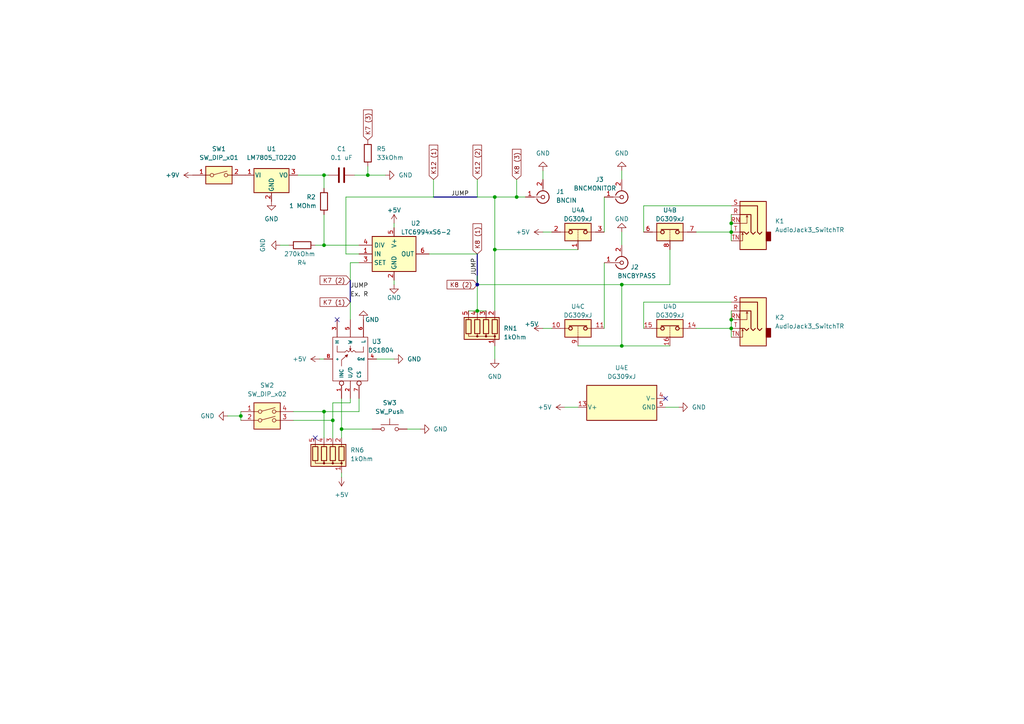
<source format=kicad_sch>
(kicad_sch (version 20211123) (generator eeschema)
  (paper "A4")
  (lib_symbols
    (symbol "Analog_Switch:DG309xJ" (pin_names (offset 0.254))
      (property "Reference" "U" (at -3.175 5.334 0))
      (property "Value" "DG309xJ" (at -3.175 3.556 0))
      (symbol "DG309xJ_1_1"
        (rectangle (start -3.81 2.54) (end 3.81 -2.54) (stroke (width 0.254)) (fill (type background)))
        (circle (center -2.159 0) (radius 0.508) (stroke (width 0.254)))
        (polyline (pts (xy -5.08 0) (xy -2.794 0)))
        (polyline (pts (xy -2.54 0.762) (xy 2.54 0.762)) (stroke (width 0.254)))
        (polyline (pts (xy 0 -2.54) (xy 0 -2.032)))
        (polyline (pts (xy 0 -1.778) (xy 0 -1.524)))
        (polyline (pts (xy 0 -1.27) (xy 0 -1.016)))
        (polyline (pts (xy 0 -0.762) (xy 0 -0.508)))
        (polyline (pts (xy 0 -0.254) (xy 0 0)))
        (polyline (pts (xy 0 0.254) (xy 0 0.508)))
        (polyline (pts (xy 5.08 0) (xy 2.794 0)))
        (circle (center 2.159 0) (radius 0.508) (stroke (width 0.254)))
        (pin input line (at 0 -5.08 90) (length 2.54) (name "~") (number "1"))
        (pin passive line (at -7.62 0 0) (length 2.54) (name "~") (number "2"))
        (pin passive line (at 7.62 0 180) (length 2.54) (name "~") (number "3"))
      )
      (symbol "DG309xJ_2_1"
        (rectangle (start -3.81 2.54) (end 3.81 -2.54) (stroke (width 0.254)) (fill (type background)))
        (circle (center -2.159 0) (radius 0.508) (stroke (width 0.254)))
        (polyline (pts (xy -5.08 0) (xy -2.794 0)))
        (polyline (pts (xy -2.54 0.762) (xy 2.54 0.762)) (stroke (width 0.254)))
        (polyline (pts (xy 0 -2.54) (xy 0 -2.032)))
        (polyline (pts (xy 0 -1.778) (xy 0 -1.524)))
        (polyline (pts (xy 0 -1.27) (xy 0 -1.016)))
        (polyline (pts (xy 0 -0.762) (xy 0 -0.508)))
        (polyline (pts (xy 0 -0.254) (xy 0 0)))
        (polyline (pts (xy 0 0.254) (xy 0 0.508)))
        (polyline (pts (xy 5.08 0) (xy 2.794 0)))
        (circle (center 2.159 0) (radius 0.508) (stroke (width 0.254)))
        (pin passive line (at -7.62 0 0) (length 2.54) (name "~") (number "6"))
        (pin passive line (at 7.62 0 180) (length 2.54) (name "~") (number "7"))
        (pin input line (at 0 -5.08 90) (length 2.54) (name "~") (number "8"))
      )
      (symbol "DG309xJ_3_1"
        (rectangle (start -3.81 2.54) (end 3.81 -2.54) (stroke (width 0.254)) (fill (type background)))
        (circle (center -2.159 0) (radius 0.508) (stroke (width 0.254)))
        (polyline (pts (xy -5.08 0) (xy -2.794 0)))
        (polyline (pts (xy -2.54 0.762) (xy 2.54 0.762)) (stroke (width 0.254)))
        (polyline (pts (xy 0 -2.54) (xy 0 -2.032)))
        (polyline (pts (xy 0 -1.778) (xy 0 -1.524)))
        (polyline (pts (xy 0 -1.27) (xy 0 -1.016)))
        (polyline (pts (xy 0 -0.762) (xy 0 -0.508)))
        (polyline (pts (xy 0 -0.254) (xy 0 0)))
        (polyline (pts (xy 0 0.254) (xy 0 0.508)))
        (polyline (pts (xy 5.08 0) (xy 2.794 0)))
        (circle (center 2.159 0) (radius 0.508) (stroke (width 0.254)))
        (pin passive line (at -7.62 0 0) (length 2.54) (name "~") (number "10"))
        (pin passive line (at 7.62 0 180) (length 2.54) (name "~") (number "11"))
        (pin input line (at 0 -5.08 90) (length 2.54) (name "~") (number "9"))
      )
      (symbol "DG309xJ_4_1"
        (rectangle (start -3.81 2.54) (end 3.81 -2.54) (stroke (width 0.254)) (fill (type background)))
        (circle (center -2.159 0) (radius 0.508) (stroke (width 0.254)))
        (polyline (pts (xy -5.08 0) (xy -2.794 0)))
        (polyline (pts (xy -2.54 0.762) (xy 2.54 0.762)) (stroke (width 0.254)))
        (polyline (pts (xy 0 -2.54) (xy 0 -2.032)))
        (polyline (pts (xy 0 -1.778) (xy 0 -1.524)))
        (polyline (pts (xy 0 -1.27) (xy 0 -1.016)))
        (polyline (pts (xy 0 -0.762) (xy 0 -0.508)))
        (polyline (pts (xy 0 -0.254) (xy 0 0)))
        (polyline (pts (xy 0 0.254) (xy 0 0.508)))
        (polyline (pts (xy 5.08 0) (xy 2.794 0)))
        (circle (center 2.159 0) (radius 0.508) (stroke (width 0.254)))
        (pin passive line (at 7.62 0 180) (length 2.54) (name "~") (number "14"))
        (pin passive line (at -7.62 0 0) (length 2.54) (name "~") (number "15"))
        (pin input line (at 0 -5.08 90) (length 2.54) (name "~") (number "16"))
      )
      (symbol "DG309xJ_5_0"
        (pin no_connect line (at 2.54 10.16 270) (length 2.54) hide (name "NC") (number "12"))
        (pin power_in line (at 0 12.7 270) (length 2.54) (name "V+") (number "13"))
        (pin power_in line (at 2.54 -12.7 90) (length 2.54) (name "V-") (number "4"))
        (pin power_in line (at 0 -12.7 90) (length 2.54) (name "GND") (number "5"))
      )
      (symbol "DG309xJ_5_1"
        (rectangle (start -3.81 10.16) (end 6.35 -10.16) (stroke (width 0.254)) (fill (type background)))
      )
    )
    (symbol "Connector:AudioJack3_SwitchTR"
      (property "Reference" "J" (at 0 8.89 0))
      (property "Value" "AudioJack3_SwitchTR" (at 0 6.35 0))
      (symbol "AudioJack3_SwitchTR_0_1"
        (rectangle (start -5.08 -5.08) (end -6.35 -7.62) (stroke (width 0.254)) (fill (type outline)))
        (polyline (pts (xy 0.508 -0.254) (xy 0.762 -0.762)))
        (polyline (pts (xy 1.778 -5.334) (xy 2.032 -5.842)))
        (polyline (pts (xy 0 -5.08) (xy 0.635 -5.715) (xy 1.27 -5.08) (xy 2.54 -5.08)) (stroke (width 0.254)))
        (polyline (pts (xy 2.54 -7.62) (xy 1.778 -7.62) (xy 1.778 -5.334) (xy 1.524 -5.842)))
        (polyline (pts (xy 2.54 -2.54) (xy 0.508 -2.54) (xy 0.508 -0.254) (xy 0.254 -0.762)))
        (polyline (pts (xy -1.905 -5.08) (xy -1.27 -5.715) (xy -0.635 -5.08) (xy -0.635 0) (xy 2.54 0)) (stroke (width 0.254)))
        (polyline (pts (xy 2.54 2.54) (xy -2.54 2.54) (xy -2.54 -5.08) (xy -3.175 -5.715) (xy -3.81 -5.08)) (stroke (width 0.254)))
        (rectangle (start 2.54 3.81) (end -5.08 -10.16) (stroke (width 0.254)) (fill (type background)))
      )
      (symbol "AudioJack3_SwitchTR_1_1"
        (pin passive line (at 5.08 0 180) (length 2.54) (name "~") (number "R"))
        (pin passive line (at 5.08 -2.54 180) (length 2.54) (name "~") (number "RN"))
        (pin passive line (at 5.08 2.54 180) (length 2.54) (name "~") (number "S"))
        (pin passive line (at 5.08 -5.08 180) (length 2.54) (name "~") (number "T"))
        (pin passive line (at 5.08 -7.62 180) (length 2.54) (name "~") (number "TN"))
      )
    )
    (symbol "Connector:Conn_Coaxial" (pin_names (offset 1.016) hide)
      (property "Reference" "J" (at 0.254 3.048 0))
      (property "Value" "Conn_Coaxial" (at 2.921 0 90))
      (symbol "Conn_Coaxial_0_1"
        (arc (start -1.778 -0.508) (mid 0.2311 -1.8066) (end 1.778 0) (stroke (width 0.254)))
        (polyline (pts (xy -2.54 0) (xy -0.508 0)))
        (polyline (pts (xy 0 -2.54) (xy 0 -1.778)))
        (circle (center 0 0) (radius 0.508) (stroke (width 0.2032)))
        (arc (start 1.778 0) (mid 0.2099 1.8101) (end -1.778 0.508) (stroke (width 0.254)))
      )
      (symbol "Conn_Coaxial_1_1"
        (pin passive line (at -5.08 0 0) (length 2.54) (name "In") (number "1"))
        (pin passive line (at 0 -5.08 90) (length 2.54) (name "Ext") (number "2"))
      )
    )
    (symbol "Device:C" (pin_numbers hide) (pin_names (offset 0.254))
      (property "Reference" "C" (at 0.635 2.54 0))
      (property "Value" "C" (at 0.635 -2.54 0))
      (symbol "C_0_1"
        (polyline (pts (xy -2.032 -0.762) (xy 2.032 -0.762)) (stroke (width 0.508)))
        (polyline (pts (xy -2.032 0.762) (xy 2.032 0.762)) (stroke (width 0.508)))
      )
      (symbol "C_1_1"
        (pin passive line (at 0 3.81 270) (length 2.794) (name "~") (number "1"))
        (pin passive line (at 0 -3.81 90) (length 2.794) (name "~") (number "2"))
      )
    )
    (symbol "Device:R" (pin_numbers hide) (pin_names (offset 0))
      (property "Reference" "R" (at 2.032 0 90))
      (property "Value" "R" (at 0 0 90))
      (symbol "R_0_1"
        (rectangle (start -1.016 -2.54) (end 1.016 2.54) (stroke (width 0.254)))
      )
      (symbol "R_1_1"
        (pin passive line (at 0 3.81 270) (length 1.27) (name "~") (number "1"))
        (pin passive line (at 0 -3.81 90) (length 1.27) (name "~") (number "2"))
      )
    )
    (symbol "Device:R_Network04" (pin_names (offset 0) hide)
      (property "Reference" "RN" (at -7.62 0 90))
      (property "Value" "R_Network04" (at 5.08 0 90))
      (symbol "R_Network04_0_1"
        (rectangle (start -6.35 -3.175) (end 3.81 3.175) (stroke (width 0.254)) (fill (type background)))
        (rectangle (start -5.842 1.524) (end -4.318 -2.54) (stroke (width 0.254)))
        (circle (center -5.08 2.286) (radius 0.254) (fill (type outline)))
        (rectangle (start -3.302 1.524) (end -1.778 -2.54) (stroke (width 0.254)))
        (circle (center -2.54 2.286) (radius 0.254) (fill (type outline)))
        (rectangle (start -0.762 1.524) (end 0.762 -2.54) (stroke (width 0.254)))
        (polyline (pts (xy -5.08 -2.54) (xy -5.08 -3.81)))
        (polyline (pts (xy -2.54 -2.54) (xy -2.54 -3.81)))
        (polyline (pts (xy 0 -2.54) (xy 0 -3.81)))
        (polyline (pts (xy 2.54 -2.54) (xy 2.54 -3.81)))
        (polyline (pts (xy -5.08 1.524) (xy -5.08 2.286) (xy -2.54 2.286) (xy -2.54 1.524)))
        (polyline (pts (xy -2.54 1.524) (xy -2.54 2.286) (xy 0 2.286) (xy 0 1.524)))
        (polyline (pts (xy 0 1.524) (xy 0 2.286) (xy 2.54 2.286) (xy 2.54 1.524)))
        (circle (center 0 2.286) (radius 0.254) (fill (type outline)))
        (rectangle (start 1.778 1.524) (end 3.302 -2.54) (stroke (width 0.254)))
      )
      (symbol "R_Network04_1_1"
        (pin passive line (at -5.08 5.08 270) (length 2.54) (name "common") (number "1"))
        (pin passive line (at -5.08 -5.08 90) (length 1.27) (name "R1") (number "2"))
        (pin passive line (at -2.54 -5.08 90) (length 1.27) (name "R2") (number "3"))
        (pin passive line (at 0 -5.08 90) (length 1.27) (name "R3") (number "4"))
        (pin passive line (at 2.54 -5.08 90) (length 1.27) (name "R4") (number "5"))
      )
    )
    (symbol "Regulator_Linear:LM7805_TO220" (pin_names (offset 0.254))
      (property "Reference" "U" (at -3.81 3.175 0))
      (property "Value" "LM7805_TO220" (at 0 3.175 0))
      (symbol "LM7805_TO220_0_1"
        (rectangle (start -5.08 1.905) (end 5.08 -5.08) (stroke (width 0.254)) (fill (type background)))
      )
      (symbol "LM7805_TO220_1_1"
        (pin power_in line (at -7.62 0 0) (length 2.54) (name "VI") (number "1"))
        (pin power_in line (at 0 -7.62 90) (length 2.54) (name "GND") (number "2"))
        (pin power_out line (at 7.62 0 180) (length 2.54) (name "VO") (number "3"))
      )
    )
    (symbol "Sensor_Temperature:DS1804" (pin_names (offset 0.762))
      (property "Reference" "U" (at 3.81 6.35 0))
      (property "Value" "DS1804" (at 6.35 -6.35 0))
      (symbol "DS1804_0_1"
        (rectangle (start -6.35 5.08) (end 6.35 -5.08))
        (polyline (pts (xy 2.032 -1.524) (xy 2.032 -3.81)))
        (polyline (pts (xy 3.556 -3.81) (xy 2.032 -3.81)))
        (polyline (pts (xy 3.81 0) (xy 3.048 0)))
        (polyline (pts (xy -2.032 2.54) (xy -0.254 2.54) (xy 1.27 0.762)))
        (polyline (pts (xy 1.016 1.524) (xy 1.27 0.762) (xy 0.508 1.016)) (fill (type outline)))
        (polyline (pts (xy 2.032 1.524) (xy 2.032 3.81) (xy 3.81 3.81)))
        (polyline (pts (xy 3.048 -0.254) (xy 2.54 0) (xy 3.048 0.254)) (fill (type outline)))
        (polyline (pts (xy 2.54 0) (xy 2.032 0.508) (xy 2.54 1.016) (xy 2.032 1.524)))
        (polyline (pts (xy 2.54 0) (xy 2.032 -0.508) (xy 2.54 -1.016) (xy 2.032 -1.524) (xy 2.032 -1.524)))
      )
      (symbol "DS1804_1_1"
        (pin input inverted (at -11.43 2.54 0) (length 5.08) (name "INC") (number "1"))
        (pin input line (at -11.43 0 0) (length 5.08) (name "U/D") (number "2"))
        (pin passive line (at 11.43 3.81 180) (length 5.08) (name "H") (number "3"))
        (pin power_in line (at 0 -7.62 90) (length 2.54) (name "Gnd") (number "4"))
        (pin passive line (at 11.43 0 180) (length 5.08) (name "W") (number "5"))
        (pin passive line (at 11.43 -3.81 180) (length 5.08) (name "L") (number "6"))
        (pin input inverted (at -11.43 -2.54 0) (length 5.08) (name "CS") (number "7"))
        (pin power_in line (at 0 7.62 270) (length 2.54) (name "+") (number "8"))
      )
    )
    (symbol "Switch:SW_DIP_x01" (pin_names (offset 0) hide)
      (property "Reference" "SW" (at 0 3.81 0))
      (property "Value" "SW_DIP_x01" (at 0 -3.81 0))
      (symbol "SW_DIP_x01_0_0"
        (circle (center -2.032 0) (radius 0.508))
        (polyline (pts (xy -1.524 0.127) (xy 2.3622 1.1684)))
        (circle (center 2.032 0) (radius 0.508))
      )
      (symbol "SW_DIP_x01_0_1"
        (rectangle (start -3.81 2.54) (end 3.81 -2.54) (stroke (width 0.254)) (fill (type background)))
      )
      (symbol "SW_DIP_x01_1_1"
        (pin passive line (at -7.62 0 0) (length 5.08) (name "~") (number "1"))
        (pin passive line (at 7.62 0 180) (length 5.08) (name "~") (number "2"))
      )
    )
    (symbol "Switch:SW_DIP_x02" (pin_names (offset 0) hide)
      (property "Reference" "SW" (at 0 6.35 0))
      (property "Value" "SW_DIP_x02" (at 0 -3.81 0))
      (symbol "SW_DIP_x02_0_0"
        (circle (center -2.032 0) (radius 0.508))
        (circle (center -2.032 2.54) (radius 0.508))
        (polyline (pts (xy -1.524 0.127) (xy 2.3622 1.1684)))
        (polyline (pts (xy -1.524 2.667) (xy 2.3622 3.7084)))
        (circle (center 2.032 0) (radius 0.508))
        (circle (center 2.032 2.54) (radius 0.508))
      )
      (symbol "SW_DIP_x02_0_1"
        (rectangle (start -3.81 5.08) (end 3.81 -2.54) (stroke (width 0.254)) (fill (type background)))
      )
      (symbol "SW_DIP_x02_1_1"
        (pin passive line (at -7.62 2.54 0) (length 5.08) (name "~") (number "1"))
        (pin passive line (at -7.62 0 0) (length 5.08) (name "~") (number "2"))
        (pin passive line (at 7.62 0 180) (length 5.08) (name "~") (number "3"))
        (pin passive line (at 7.62 2.54 180) (length 5.08) (name "~") (number "4"))
      )
    )
    (symbol "Switch:SW_Push" (pin_numbers hide) (pin_names (offset 1.016) hide)
      (property "Reference" "SW" (at 1.27 2.54 0))
      (property "Value" "SW_Push" (at 0 -1.524 0))
      (symbol "SW_Push_0_1"
        (circle (center -2.032 0) (radius 0.508))
        (polyline (pts (xy 0 1.27) (xy 0 3.048)))
        (polyline (pts (xy 2.54 1.27) (xy -2.54 1.27)))
        (circle (center 2.032 0) (radius 0.508))
        (pin passive line (at -5.08 0 0) (length 2.54) (name "1") (number "1"))
        (pin passive line (at 5.08 0 180) (length 2.54) (name "2") (number "2"))
      )
    )
    (symbol "Timer:LTC6994xS6-2"
      (property "Reference" "U" (at -6.35 6.35 0))
      (property "Value" "LTC6994xS6-2" (at 7.62 6.35 0))
      (symbol "LTC6994xS6-2_0_1"
        (rectangle (start -6.35 5.08) (end 6.35 -5.08) (stroke (width 0.254)) (fill (type background)))
      )
      (symbol "LTC6994xS6-2_1_1"
        (pin input line (at -10.16 0 0) (length 3.81) (name "IN") (number "1"))
        (pin power_in line (at 0 -7.62 90) (length 2.54) (name "GND") (number "2"))
        (pin passive line (at -10.16 -2.54 0) (length 3.81) (name "SET") (number "3"))
        (pin input line (at -10.16 2.54 0) (length 3.81) (name "DIV") (number "4"))
        (pin power_in line (at 0 7.62 270) (length 2.54) (name "V+") (number "5"))
        (pin output line (at 10.16 0 180) (length 3.81) (name "OUT") (number "6"))
      )
    )
    (symbol "power:+5V" (power) (pin_names (offset 0))
      (property "Value" "+5V" (at 0 3.556 0))
      (symbol "+5V_0_1"
        (polyline (pts (xy -0.762 1.27) (xy 0 2.54)))
        (polyline (pts (xy 0 0) (xy 0 2.54)))
        (polyline (pts (xy 0 2.54) (xy 0.762 1.27)))
      )
      (symbol "+5V_1_1"
        (pin power_in line (at 0 0 90) (length 0) hide (name "+5V") (number "1"))
      )
    )
    (symbol "power:+9V" (power) (pin_names (offset 0))
      (property "Value" "+9V" (at 0 3.556 0))
      (symbol "+9V_0_1"
        (polyline (pts (xy -0.762 1.27) (xy 0 2.54)))
        (polyline (pts (xy 0 0) (xy 0 2.54)))
        (polyline (pts (xy 0 2.54) (xy 0.762 1.27)))
      )
      (symbol "+9V_1_1"
        (pin power_in line (at 0 0 90) (length 0) hide (name "+9V") (number "1"))
      )
    )
    (symbol "power:GND" (power) (pin_names (offset 0))
      (property "Value" "GND" (at 0 -3.81 0))
      (symbol "GND_0_1"
        (polyline (pts (xy 0 0) (xy 0 -1.27) (xy 1.27 -1.27) (xy 0 -2.54) (xy -1.27 -1.27) (xy 0 -1.27)))
      )
      (symbol "GND_1_1"
        (pin power_in line (at 0 0 270) (length 0) hide (name "GND") (number "1"))
      )
    )
  )
  (junction (at 143.51 72.39))
  (junction (at 149.86 57.15))
  (junction (at 93.98 71.12))
  (junction (at 143.51 57.15))
  (junction (at 212.09 95.25))
  (junction (at 212.09 92.71))
  (junction (at 180.34 100.33))
  (junction (at 99.06 124.46))
  (junction (at 93.98 119.38))
  (junction (at 69.85 120.65))
  (junction (at 96.52 121.92))
  (junction (at 212.09 67.31))
  (junction (at 93.98 50.8))
  (junction (at 138.43 90.17))
  (junction (at 212.09 64.77))
  (junction (at 180.34 82.55))
  (junction (at 106.68 50.8))
  (junction (at 138.43 82.55))
  (no_connect (at 91.44 127))
  (no_connect (at 193.04 115.57))
  (no_connect (at 97.79 92.71))
  (bus (pts (xy 125.73 57.15) (xy 138.43 57.15)))
  (wire (pts (xy 85.09 121.92) (xy 96.52 121.92)))
  (wire (pts (xy 83.82 71.12) (xy 81.28 71.12)))
  (wire (pts (xy 194.31 72.39) (xy 194.31 82.55)))
  (wire (pts (xy 157.48 67.31) (xy 160.02 67.31)))
  (wire (pts (xy 186.69 87.63) (xy 212.09 87.63)))
  (wire (pts (xy 106.68 50.8) (xy 111.76 50.8)))
  (wire (pts (xy 138.43 57.15) (xy 143.51 57.15)))
  (wire (pts (xy 86.36 50.8) (xy 93.98 50.8)))
  (bus (pts (xy 101.6 81.28) (xy 101.6 87.63)))
  (wire (pts (xy 212.09 90.17) (xy 212.09 92.71)))
  (wire (pts (xy 69.85 119.38) (xy 69.85 120.65)))
  (wire (pts (xy 93.98 127) (xy 93.98 119.38)))
  (wire (pts (xy 114.3 82.55) (xy 114.3 81.28)))
  (wire (pts (xy 118.11 124.46) (xy 121.92 124.46)))
  (wire (pts (xy 99.06 124.46) (xy 107.95 124.46)))
  (wire (pts (xy 99.06 124.46) (xy 99.06 127)))
  (wire (pts (xy 180.34 82.55) (xy 194.31 82.55)))
  (wire (pts (xy 92.71 104.14) (xy 93.98 104.14)))
  (wire (pts (xy 102.87 50.8) (xy 106.68 50.8)))
  (wire (pts (xy 93.98 50.8) (xy 93.98 54.61)))
  (wire (pts (xy 180.34 49.53) (xy 180.34 52.07)))
  (wire (pts (xy 93.98 119.38) (xy 104.14 119.38)))
  (wire (pts (xy 175.26 76.2) (xy 175.26 95.25)))
  (wire (pts (xy 212.09 64.77) (xy 212.09 67.31)))
  (wire (pts (xy 143.51 100.33) (xy 143.51 104.14)))
  (wire (pts (xy 138.43 82.55) (xy 138.43 90.17)))
  (wire (pts (xy 85.09 119.38) (xy 93.98 119.38)))
  (wire (pts (xy 100.33 57.15) (xy 125.73 57.15)))
  (wire (pts (xy 101.6 76.2) (xy 101.6 81.28)))
  (wire (pts (xy 99.06 137.16) (xy 99.06 138.43)))
  (wire (pts (xy 180.34 100.33) (xy 194.31 100.33)))
  (wire (pts (xy 93.98 50.8) (xy 95.25 50.8)))
  (wire (pts (xy 138.43 90.17) (xy 140.97 90.17)))
  (bus (pts (xy 138.43 73.66) (xy 138.43 82.55)))
  (wire (pts (xy 167.64 100.33) (xy 180.34 100.33)))
  (wire (pts (xy 186.69 95.25) (xy 186.69 87.63)))
  (wire (pts (xy 114.3 64.77) (xy 114.3 66.04)))
  (wire (pts (xy 163.83 118.11) (xy 167.64 118.11)))
  (wire (pts (xy 212.09 92.71) (xy 212.09 95.25)))
  (wire (pts (xy 66.04 120.65) (xy 69.85 120.65)))
  (wire (pts (xy 91.44 71.12) (xy 93.98 71.12)))
  (wire (pts (xy 104.14 76.2) (xy 101.6 76.2)))
  (wire (pts (xy 157.48 95.25) (xy 160.02 95.25)))
  (wire (pts (xy 125.73 52.07) (xy 125.73 57.15)))
  (wire (pts (xy 109.22 104.14) (xy 114.3 104.14)))
  (wire (pts (xy 99.06 115.57) (xy 99.06 124.46)))
  (wire (pts (xy 106.68 48.26) (xy 106.68 50.8)))
  (wire (pts (xy 104.14 73.66) (xy 100.33 73.66)))
  (wire (pts (xy 157.48 49.53) (xy 157.48 52.07)))
  (wire (pts (xy 96.52 121.92) (xy 96.52 116.84)))
  (wire (pts (xy 143.51 72.39) (xy 167.64 72.39)))
  (wire (pts (xy 212.09 62.23) (xy 212.09 64.77)))
  (wire (pts (xy 149.86 57.15) (xy 152.4 57.15)))
  (wire (pts (xy 138.43 52.07) (xy 138.43 57.15)))
  (wire (pts (xy 69.85 120.65) (xy 69.85 121.92)))
  (wire (pts (xy 212.09 67.31) (xy 212.09 69.85)))
  (wire (pts (xy 143.51 72.39) (xy 143.51 90.17)))
  (wire (pts (xy 201.93 95.25) (xy 212.09 95.25)))
  (wire (pts (xy 96.52 127) (xy 96.52 121.92)))
  (wire (pts (xy 124.46 73.66) (xy 138.43 73.66)))
  (wire (pts (xy 93.98 62.23) (xy 93.98 71.12)))
  (wire (pts (xy 96.52 116.84) (xy 101.6 116.84)))
  (wire (pts (xy 135.89 90.17) (xy 138.43 90.17)))
  (wire (pts (xy 143.51 57.15) (xy 149.86 57.15)))
  (wire (pts (xy 201.93 67.31) (xy 212.09 67.31)))
  (wire (pts (xy 186.69 59.69) (xy 212.09 59.69)))
  (wire (pts (xy 138.43 80.01) (xy 138.43 82.55)))
  (wire (pts (xy 101.6 116.84) (xy 101.6 115.57)))
  (wire (pts (xy 175.26 57.15) (xy 175.26 67.31)))
  (wire (pts (xy 101.6 87.63) (xy 101.6 92.71)))
  (wire (pts (xy 149.86 52.07) (xy 149.86 57.15)))
  (wire (pts (xy 93.98 71.12) (xy 104.14 71.12)))
  (wire (pts (xy 100.33 73.66) (xy 100.33 57.15)))
  (wire (pts (xy 186.69 67.31) (xy 186.69 59.69)))
  (wire (pts (xy 138.43 82.55) (xy 180.34 82.55)))
  (wire (pts (xy 180.34 67.31) (xy 180.34 71.12)))
  (wire (pts (xy 104.14 119.38) (xy 104.14 115.57)))
  (wire (pts (xy 212.09 95.25) (xy 212.09 97.79)))
  (wire (pts (xy 143.51 57.15) (xy 143.51 72.39)))
  (wire (pts (xy 193.04 118.11) (xy 196.85 118.11)))
  (wire (pts (xy 180.34 82.55) (xy 180.34 100.33)))
  (label "Ex. R" (at 101.6 86.36 0))
  (label "JUMP" (at 101.6 83.82 0))
  (label "JUMP" (at 130.81 57.15 0))
  (label "JUMP" (at 138.43 80.01 90))
  (global_label "K12 (2)" (shape input) (at 138.43 52.07 90) (property "Intersheet References" "${INTERSHEET_REFS}" (effects hide)))
  (global_label "K12 (1)" (shape input) (at 125.73 52.07 90) (property "Intersheet References" "${INTERSHEET_REFS}" (effects hide)))
  (global_label "K7 (2)" (shape input) (at 101.6 81.28 180) (property "Intersheet References" "${INTERSHEET_REFS}" (effects hide)))
  (global_label "K8 (1)" (shape input) (at 138.43 73.66 90) (property "Intersheet References" "${INTERSHEET_REFS}" (effects hide)))
  (global_label "K7 (3)" (shape input) (at 106.68 40.64 90) (property "Intersheet References" "${INTERSHEET_REFS}" (effects hide)))
  (global_label "K7 (1)" (shape input) (at 101.6 87.63 180) (property "Intersheet References" "${INTERSHEET_REFS}" (effects hide)))
  (global_label "K8 (2)" (shape input) (at 138.43 82.55 180) (property "Intersheet References" "${INTERSHEET_REFS}" (effects hide)))
  (global_label "K8 (3)" (shape input) (at 149.86 52.07 90) (property "Intersheet References" "${INTERSHEET_REFS}" (effects hide)))
  (symbol (lib_id "Switch:SW_DIP_x01") (at 63.5 50.8 0) (unit 1)
    (property "Reference" "SW1" (at 63.5 43.18 0))
    (property "Value" "SW_DIP_x01" (at 63.5 45.72 0))
  )
  (symbol (lib_id "power:+5V") (at 163.83 118.11 90) (unit 1)
    (property "Reference" "#PWR?" (effects hide))
    (property "Value" "+5V" (at 160.02 118.1099 90) (effects (justify left)))
  )
  (symbol (lib_id "power:GND") (at 105.41 92.71 180) (unit 1)
    (property "Reference" "#PWR?" (effects hide))
    (property "Value" "GND" (at 107.95 92.71 0))
  )
  (symbol (lib_id "Analog_Switch:DG309xJ") (at 180.34 118.11 90) (unit 5)
    (property "Reference" "U4" (at 180.34 106.68 90))
    (property "Value" "DG309xJ" (at 180.34 109.22 90))
    (property "Footprint" "Package_DIP:DIP-16_W7.62mm" (effects hide))
    (property "Datasheet" "http://pdf.datasheetcatalog.com/datasheets/70/494502_DS.pdf" (effects hide))
  )
  (symbol (lib_id "power:GND") (at 180.34 67.31 180) (unit 1)
    (property "Reference" "#PWR?" (effects hide))
    (property "Value" "GND" (at 180.34 63.5 0))
  )
  (symbol (lib_id "power:GND") (at 180.34 49.53 180) (unit 1)
    (property "Reference" "#PWR?" (effects hide))
    (property "Value" "GND" (at 180.34 44.45 0))
  )
  (symbol (lib_id "power:GND") (at 81.28 71.12 270) (unit 1)
    (property "Reference" "#PWR?" (effects hide))
    (property "Value" "GND" (at 76.2 71.12 0))
  )
  (symbol (lib_id "Device:R_Network04") (at 138.43 95.25 180) (unit 1)
    (property "Reference" "RN1" (at 146.05 95.25 0) (effects (justify right)))
    (property "Value" "1kOhm" (at 146.05 97.79 0) (effects (justify right)))
    (property "Footprint" "Resistor_THT:R_Array_SIP5" (effects hide))
    (property "Datasheet" "http://www.vishay.com/docs/31509/csc.pdf" (effects hide))
  )
  (symbol (lib_id "Regulator_Linear:LM7805_TO220") (at 78.74 50.8 0) (unit 1)
    (property "Reference" "U1" (at 78.74 43.18 0))
    (property "Value" "LM7805_TO220" (at 78.74 45.72 0))
    (property "Footprint" "Package_TO_SOT_THT:TO-220-3_Vertical" (effects hide))
    (property "Datasheet" "https://www.onsemi.cn/PowerSolutions/document/MC7800-D.PDF" (effects hide))
  )
  (symbol (lib_id "Analog_Switch:DG309xJ") (at 194.31 95.25 0) (unit 4)
    (property "Reference" "U4" (at 194.31 88.9 0))
    (property "Value" "DG309xJ" (at 194.31 91.44 0))
    (property "Footprint" "Package_DIP:DIP-16_W7.62mm" (effects hide))
    (property "Datasheet" "http://pdf.datasheetcatalog.com/datasheets/70/494502_DS.pdf" (effects hide))
  )
  (symbol (lib_id "Analog_Switch:DG309xJ") (at 167.64 95.25 0) (unit 3)
    (property "Reference" "U4" (at 167.64 88.9 0))
    (property "Value" "DG309xJ" (at 167.64 91.44 0))
    (property "Footprint" "Package_DIP:DIP-16_W7.62mm" (effects hide))
    (property "Datasheet" "http://pdf.datasheetcatalog.com/datasheets/70/494502_DS.pdf" (effects hide))
  )
  (symbol (lib_id "Connector:AudioJack3_SwitchTR") (at 217.17 62.23 0) (mirror y) (unit 1)
    (property "Reference" "K1" (at 224.79 64.1349 0) (effects (justify right)))
    (property "Value" "AudioJack3_SwitchTR" (at 224.79 66.6749 0) (effects (justify right)))
  )
  (symbol (lib_id "power:GND") (at 157.48 49.53 180) (unit 1)
    (property "Reference" "#PWR?" (effects hide))
    (property "Value" "GND" (at 157.48 44.45 0))
  )
  (symbol (lib_id "Connector:Conn_Coaxial") (at 180.34 57.15 0) (mirror x) (unit 1)
    (property "Reference" "J3" (at 172.72 52.07 0) (effects (justify left)))
    (property "Value" "BNCMONITOR" (at 166.37 54.61 0) (effects (justify left)))
    (property "Datasheet" " ~" (effects hide))
  )
  (symbol (lib_id "Timer:LTC6994xS6-2") (at 114.3 73.66 0) (unit 1)
    (property "Reference" "U2" (at 121.92 64.77 0) (effects (justify right)))
    (property "Value" "LTC6994xS6-2" (at 130.81 67.31 0) (effects (justify right)))
    (property "Footprint" "Package_TO_SOT_SMD:TSOT-23-6" (effects hide))
    (property "Datasheet" "https://www.analog.com/media/en/technical-documentation/data-sheets/699412fb.pdf" (effects hide))
  )
  (symbol (lib_id "Connector:Conn_Coaxial") (at 180.34 76.2 0) (mirror x) (unit 1)
    (property "Reference" "J2" (at 182.88 77.47 0) (effects (justify left)))
    (property "Value" "BNCBYPASS" (at 179.07 80.01 0) (effects (justify left)))
    (property "Datasheet" " ~" (effects hide))
  )
  (symbol (lib_id "power:GND") (at 114.3 82.55 0) (unit 1)
    (property "Reference" "#PWR?" (effects hide))
    (property "Value" "GND" (at 114.3 86.36 0))
  )
  (symbol (lib_id "Switch:SW_DIP_x02") (at 77.47 121.92 0) (unit 1)
    (property "Reference" "SW2" (at 77.47 111.76 0))
    (property "Value" "SW_DIP_x02" (at 77.47 114.3 0))
  )
  (symbol (lib_id "power:GND") (at 121.92 124.46 90) (unit 1)
    (property "Reference" "#PWR?" (effects hide))
    (property "Value" "GND" (at 125.73 124.4599 90) (effects (justify right)))
  )
  (symbol (lib_id "power:GND") (at 66.04 120.65 270) (unit 1)
    (property "Reference" "#PWR?" (effects hide))
    (property "Value" "GND" (at 62.23 120.6499 90) (effects (justify right)))
  )
  (symbol (lib_id "power:GND") (at 143.51 104.14 0) (unit 1)
    (property "Reference" "#PWR?" (effects hide))
    (property "Value" "GND" (at 143.51 109.22 0))
  )
  (symbol (lib_id "Device:R") (at 106.68 44.45 0) (unit 1)
    (property "Reference" "R5" (at 109.22 43.1799 0) (effects (justify left)))
    (property "Value" "33kOhm" (at 109.22 45.7199 0) (effects (justify left)))
  )
  (symbol (lib_id "Sensor_Temperature:DS1804") (at 101.6 104.14 90) (unit 1)
    (property "Reference" "U3" (at 109.22 99.06 90))
    (property "Value" "DS1804" (at 110.49 101.6 90))
  )
  (symbol (lib_id "Analog_Switch:DG309xJ") (at 194.31 67.31 0) (unit 2)
    (property "Reference" "U4" (at 194.31 60.96 0))
    (property "Value" "DG309xJ" (at 194.31 63.5 0))
    (property "Footprint" "Package_DIP:DIP-16_W7.62mm" (effects hide))
    (property "Datasheet" "http://pdf.datasheetcatalog.com/datasheets/70/494502_DS.pdf" (effects hide))
  )
  (symbol (lib_id "Device:R_Network04") (at 93.98 132.08 180) (unit 1)
    (property "Reference" "RN6" (at 101.6 130.5559 0) (effects (justify right)))
    (property "Value" "1kOhm" (at 101.6 133.0959 0) (effects (justify right)))
    (property "Footprint" "Resistor_THT:R_Array_SIP5" (effects hide))
    (property "Datasheet" "http://www.vishay.com/docs/31509/csc.pdf" (effects hide))
  )
  (symbol (lib_id "power:+5V") (at 157.48 67.31 90) (unit 1)
    (property "Reference" "#PWR?" (effects hide))
    (property "Value" "+5V" (at 153.67 67.3099 90) (effects (justify left)))
  )
  (symbol (lib_id "Connector:AudioJack3_SwitchTR") (at 217.17 90.17 0) (mirror y) (unit 1)
    (property "Reference" "K2" (at 224.79 92.0749 0) (effects (justify right)))
    (property "Value" "AudioJack3_SwitchTR" (at 224.79 94.6149 0) (effects (justify right)))
  )
  (symbol (lib_id "power:+5V") (at 92.71 104.14 90) (unit 1)
    (property "Reference" "#PWR?" (effects hide))
    (property "Value" "+5V" (at 88.9 104.1399 90) (effects (justify left)))
  )
  (symbol (lib_id "Analog_Switch:DG309xJ") (at 167.64 67.31 0) (unit 1)
    (property "Reference" "U4" (at 167.64 60.96 0))
    (property "Value" "DG309xJ" (at 167.64 63.5 0))
    (property "Footprint" "Package_DIP:DIP-16_W7.62mm" (effects hide))
    (property "Datasheet" "http://pdf.datasheetcatalog.com/datasheets/70/494502_DS.pdf" (effects hide))
  )
  (symbol (lib_id "power:GND") (at 78.74 58.42 0) (unit 1)
    (property "Reference" "#PWR?" (effects hide))
    (property "Value" "GND" (at 78.74 63.5 0))
  )
  (symbol (lib_id "power:GND") (at 111.76 50.8 90) (unit 1)
    (property "Reference" "#PWR?" (effects hide))
    (property "Value" "GND" (at 115.57 50.7999 90) (effects (justify right)))
  )
  (symbol (lib_id "Connector:Conn_Coaxial") (at 157.48 57.15 0) (mirror x) (unit 1)
    (property "Reference" "J1" (at 161.29 55.5867 0) (effects (justify left)))
    (property "Value" "BNCIN" (at 161.29 58.1267 0) (effects (justify left)))
    (property "Datasheet" " ~" (effects hide))
  )
  (symbol (lib_id "power:+5V") (at 99.06 138.43 180) (unit 1)
    (property "Reference" "#PWR?" (effects hide))
    (property "Value" "+5V" (at 99.06 143.51 0))
  )
  (symbol (lib_id "power:+5V") (at 114.3 64.77 0) (unit 1)
    (property "Reference" "#PWR?" (effects hide))
    (property "Value" "+5V" (at 114.3 60.96 0))
  )
  (symbol (lib_id "power:GND") (at 196.85 118.11 90) (unit 1)
    (property "Reference" "#PWR?" (effects hide))
    (property "Value" "GND" (at 200.66 118.1099 90) (effects (justify right)))
  )
  (symbol (lib_id "power:+9V") (at 55.88 50.8 90) (unit 1)
    (property "Reference" "#PWR?" (effects hide))
    (property "Value" "+9V" (at 52.07 50.7999 90) (effects (justify left)))
  )
  (symbol (lib_id "power:+5V") (at 157.48 95.25 90) (unit 1)
    (property "Reference" "#PWR?" (effects hide))
    (property "Value" "+5V" (at 156.21 93.98 90) (effects (justify left)))
  )
  (symbol (lib_id "power:GND") (at 114.3 104.14 90) (unit 1)
    (property "Reference" "#PWR?" (effects hide))
    (property "Value" "GND" (at 118.11 104.1399 90) (effects (justify right)))
  )
  (symbol (lib_id "Device:R") (at 93.98 58.42 0) (unit 1)
    (property "Reference" "R2" (at 88.9 57.15 0) (effects (justify left)))
    (property "Value" "1 MOhm" (at 83.82 59.69 0) (effects (justify left)))
  )
  (symbol (lib_id "Switch:SW_Push") (at 113.03 124.46 0) (unit 1)
    (property "Reference" "SW3" (at 113.03 116.84 0))
    (property "Value" "SW_Push" (at 113.03 119.38 0))
  )
  (symbol (lib_id "Device:C") (at 99.06 50.8 90) (unit 1)
    (property "Reference" "C1" (at 99.06 43.18 90))
    (property "Value" "0.1 uF" (at 99.06 45.72 90))
  )
  (symbol (lib_id "Device:R") (at 87.63 71.12 270) (unit 1)
    (property "Reference" "R4" (at 88.9 76.2 90) (effects (justify right)))
    (property "Value" "270kOhm" (at 91.44 73.66 90) (effects (justify right)))
  )
)
</source>
